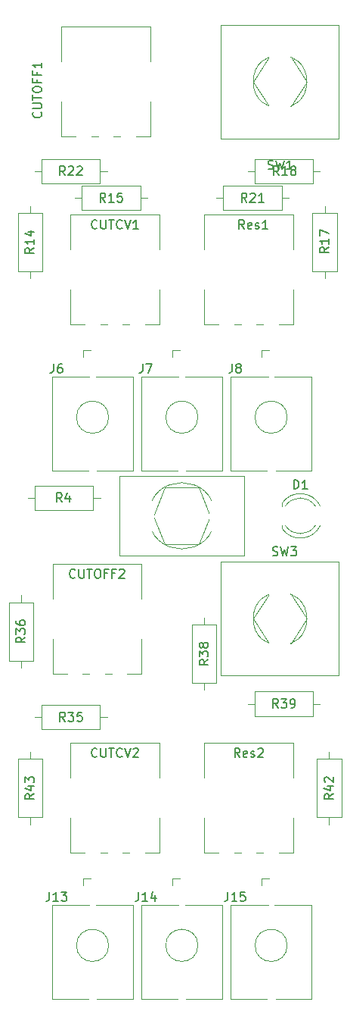
<source format=gto>
G04 #@! TF.GenerationSoftware,KiCad,Pcbnew,(5.1.9)-1*
G04 #@! TF.CreationDate,2021-10-23T20:15:42+01:00*
G04 #@! TF.ProjectId,MS20-VCF,4d533230-2d56-4434-962e-6b696361645f,rev?*
G04 #@! TF.SameCoordinates,Original*
G04 #@! TF.FileFunction,Legend,Top*
G04 #@! TF.FilePolarity,Positive*
%FSLAX46Y46*%
G04 Gerber Fmt 4.6, Leading zero omitted, Abs format (unit mm)*
G04 Created by KiCad (PCBNEW (5.1.9)-1) date 2021-10-23 20:15:42*
%MOMM*%
%LPD*%
G01*
G04 APERTURE LIST*
%ADD10C,0.120000*%
%ADD11C,0.150000*%
%ADD12C,4.000000*%
%ADD13C,1.800000*%
%ADD14O,1.600000X1.600000*%
%ADD15C,1.600000*%
%ADD16C,2.130000*%
%ADD17R,1.930000X1.830000*%
%ADD18O,1.700000X1.700000*%
%ADD19R,1.700000X1.700000*%
%ADD20O,2.400000X3.700000*%
%ADD21O,3.200000X5.000000*%
%ADD22R,1.800000X1.800000*%
G04 APERTURE END LIST*
D10*
X80530000Y-116880000D02*
X90470000Y-116880000D01*
X88870000Y-129120000D02*
X90470000Y-129120000D01*
X86371000Y-129120000D02*
X87130000Y-129120000D01*
X83871000Y-129120000D02*
X84630000Y-129120000D01*
X80530000Y-129120000D02*
X82129000Y-129120000D01*
X90470000Y-120745000D02*
X90470000Y-116880000D01*
X90470000Y-129120000D02*
X90470000Y-125255000D01*
X80530000Y-120745000D02*
X80530000Y-116880000D01*
X80530000Y-129120000D02*
X80530000Y-125255000D01*
X95500000Y-110960000D02*
X95500000Y-110190000D01*
X95500000Y-102880000D02*
X95500000Y-103650000D01*
X96870000Y-110190000D02*
X96870000Y-103650000D01*
X94130000Y-110190000D02*
X96870000Y-110190000D01*
X94130000Y-103650000D02*
X94130000Y-110190000D01*
X96870000Y-103650000D02*
X94130000Y-103650000D01*
X78530000Y-96880000D02*
X88470000Y-96880000D01*
X86870000Y-109120000D02*
X88470000Y-109120000D01*
X84371000Y-109120000D02*
X85130000Y-109120000D01*
X81871000Y-109120000D02*
X82630000Y-109120000D01*
X78530000Y-109120000D02*
X80129000Y-109120000D01*
X88470000Y-100745000D02*
X88470000Y-96880000D01*
X88470000Y-109120000D02*
X88470000Y-105255000D01*
X78530000Y-100745000D02*
X78530000Y-96880000D01*
X78530000Y-109120000D02*
X78530000Y-105255000D01*
X101940000Y-132000000D02*
X102800000Y-132000000D01*
X101940000Y-132000000D02*
X101940000Y-132800000D01*
X104800000Y-139480000D02*
G75*
G03*
X104800000Y-139480000I-1800000J0D01*
G01*
X102650000Y-134980000D02*
X98500000Y-134980000D01*
X107500000Y-134980000D02*
X103350000Y-134980000D01*
X102500000Y-145480000D02*
X98500000Y-145480000D01*
X107500000Y-145480000D02*
X103500000Y-145480000D01*
X107500000Y-134980000D02*
X107500000Y-145480000D01*
X98500000Y-134980000D02*
X98500000Y-145480000D01*
X91940000Y-132000000D02*
X92800000Y-132000000D01*
X91940000Y-132000000D02*
X91940000Y-132800000D01*
X94800000Y-139480000D02*
G75*
G03*
X94800000Y-139480000I-1800000J0D01*
G01*
X92650000Y-134980000D02*
X88500000Y-134980000D01*
X97500000Y-134980000D02*
X93350000Y-134980000D01*
X92500000Y-145480000D02*
X88500000Y-145480000D01*
X97500000Y-145480000D02*
X93500000Y-145480000D01*
X97500000Y-134980000D02*
X97500000Y-145480000D01*
X88500000Y-134980000D02*
X88500000Y-145480000D01*
X81940000Y-132000000D02*
X82800000Y-132000000D01*
X81940000Y-132000000D02*
X81940000Y-132800000D01*
X84800000Y-139480000D02*
G75*
G03*
X84800000Y-139480000I-1800000J0D01*
G01*
X82650000Y-134980000D02*
X78500000Y-134980000D01*
X87500000Y-134980000D02*
X83350000Y-134980000D01*
X82500000Y-145480000D02*
X78500000Y-145480000D01*
X87500000Y-145480000D02*
X83500000Y-145480000D01*
X87500000Y-134980000D02*
X87500000Y-145480000D01*
X78500000Y-134980000D02*
X78500000Y-145480000D01*
X101940000Y-73000000D02*
X102800000Y-73000000D01*
X101940000Y-73000000D02*
X101940000Y-73800000D01*
X104800000Y-80480000D02*
G75*
G03*
X104800000Y-80480000I-1800000J0D01*
G01*
X102650000Y-75980000D02*
X98500000Y-75980000D01*
X107500000Y-75980000D02*
X103350000Y-75980000D01*
X102500000Y-86480000D02*
X98500000Y-86480000D01*
X107500000Y-86480000D02*
X103500000Y-86480000D01*
X107500000Y-75980000D02*
X107500000Y-86480000D01*
X98500000Y-75980000D02*
X98500000Y-86480000D01*
X91940000Y-73000000D02*
X92800000Y-73000000D01*
X91940000Y-73000000D02*
X91940000Y-73800000D01*
X94800000Y-80480000D02*
G75*
G03*
X94800000Y-80480000I-1800000J0D01*
G01*
X92650000Y-75980000D02*
X88500000Y-75980000D01*
X97500000Y-75980000D02*
X93350000Y-75980000D01*
X92500000Y-86480000D02*
X88500000Y-86480000D01*
X97500000Y-86480000D02*
X93500000Y-86480000D01*
X97500000Y-75980000D02*
X97500000Y-86480000D01*
X88500000Y-75980000D02*
X88500000Y-86480000D01*
X107000000Y-103000000D02*
G75*
G03*
X107000000Y-103000000I-3000000J0D01*
G01*
X104000000Y-109350000D02*
X110000000Y-109350000D01*
X110000000Y-109350000D02*
X110400000Y-109350000D01*
X110400000Y-109350000D02*
X110600000Y-109350000D01*
X104000000Y-109350000D02*
X97400000Y-109350000D01*
X97400000Y-109350000D02*
X97400000Y-99650000D01*
X110600000Y-99650000D02*
X110600000Y-109350000D01*
X97400000Y-96650000D02*
X97400000Y-99650000D01*
X97400000Y-96650000D02*
X110600000Y-96650000D01*
X110600000Y-96650000D02*
X110600000Y-99650000D01*
X105200000Y-100250000D02*
X102800000Y-100250000D01*
X105200000Y-105750000D02*
X102800000Y-105750000D01*
X101000000Y-103000000D02*
X102800000Y-100250000D01*
X101000000Y-103000000D02*
X102800000Y-105750000D01*
X105200000Y-100250000D02*
X107000000Y-103000000D01*
X107000000Y-103000000D02*
X105200000Y-105750000D01*
X86015000Y-87055000D02*
X99985000Y-87055000D01*
X99985000Y-87055000D02*
X99985000Y-95945000D01*
X99985000Y-95945000D02*
X86015000Y-95945000D01*
X86015000Y-95945000D02*
X86015000Y-87055000D01*
X91095000Y-88325000D02*
X94905000Y-88325000D01*
X94905000Y-88325000D02*
X96175000Y-91500000D01*
X96175000Y-91500000D02*
X94905000Y-94675000D01*
X94905000Y-94675000D02*
X91095000Y-94675000D01*
X91095000Y-94675000D02*
X89825000Y-91500000D01*
X89825000Y-91500000D02*
X91095000Y-88325000D01*
X96702654Y-91500000D02*
G75*
G03*
X96702654Y-91500000I-3702654J0D01*
G01*
X107000000Y-43000000D02*
G75*
G03*
X107000000Y-43000000I-3000000J0D01*
G01*
X104000000Y-49350000D02*
X110000000Y-49350000D01*
X110000000Y-49350000D02*
X110400000Y-49350000D01*
X110400000Y-49350000D02*
X110600000Y-49350000D01*
X104000000Y-49350000D02*
X97400000Y-49350000D01*
X97400000Y-49350000D02*
X97400000Y-39650000D01*
X110600000Y-39650000D02*
X110600000Y-49350000D01*
X97400000Y-36650000D02*
X97400000Y-39650000D01*
X97400000Y-36650000D02*
X110600000Y-36650000D01*
X110600000Y-36650000D02*
X110600000Y-39650000D01*
X105200000Y-40250000D02*
X102800000Y-40250000D01*
X105200000Y-45750000D02*
X102800000Y-45750000D01*
X101000000Y-43000000D02*
X102800000Y-40250000D01*
X101000000Y-43000000D02*
X102800000Y-45750000D01*
X105200000Y-40250000D02*
X107000000Y-43000000D01*
X107000000Y-43000000D02*
X105200000Y-45750000D01*
X95530000Y-116880000D02*
X105470000Y-116880000D01*
X103870000Y-129120000D02*
X105470000Y-129120000D01*
X101371000Y-129120000D02*
X102130000Y-129120000D01*
X98871000Y-129120000D02*
X99630000Y-129120000D01*
X95530000Y-129120000D02*
X97129000Y-129120000D01*
X105470000Y-120745000D02*
X105470000Y-116880000D01*
X105470000Y-129120000D02*
X105470000Y-125255000D01*
X95530000Y-120745000D02*
X95530000Y-116880000D01*
X95530000Y-129120000D02*
X95530000Y-125255000D01*
X95530000Y-57880000D02*
X105470000Y-57880000D01*
X103870000Y-70120000D02*
X105470000Y-70120000D01*
X101371000Y-70120000D02*
X102130000Y-70120000D01*
X98871000Y-70120000D02*
X99630000Y-70120000D01*
X95530000Y-70120000D02*
X97129000Y-70120000D01*
X105470000Y-61745000D02*
X105470000Y-57880000D01*
X105470000Y-70120000D02*
X105470000Y-66255000D01*
X95530000Y-61745000D02*
X95530000Y-57880000D01*
X95530000Y-70120000D02*
X95530000Y-66255000D01*
X76000000Y-117880000D02*
X76000000Y-118650000D01*
X76000000Y-125960000D02*
X76000000Y-125190000D01*
X74630000Y-118650000D02*
X74630000Y-125190000D01*
X77370000Y-118650000D02*
X74630000Y-118650000D01*
X77370000Y-125190000D02*
X77370000Y-118650000D01*
X74630000Y-125190000D02*
X77370000Y-125190000D01*
X109500000Y-117880000D02*
X109500000Y-118650000D01*
X109500000Y-125960000D02*
X109500000Y-125190000D01*
X108130000Y-118650000D02*
X108130000Y-125190000D01*
X110870000Y-118650000D02*
X108130000Y-118650000D01*
X110870000Y-125190000D02*
X110870000Y-118650000D01*
X108130000Y-125190000D02*
X110870000Y-125190000D01*
X100380000Y-112500000D02*
X101150000Y-112500000D01*
X108460000Y-112500000D02*
X107690000Y-112500000D01*
X101150000Y-113870000D02*
X107690000Y-113870000D01*
X101150000Y-111130000D02*
X101150000Y-113870000D01*
X107690000Y-111130000D02*
X101150000Y-111130000D01*
X107690000Y-113870000D02*
X107690000Y-111130000D01*
X75000000Y-100380000D02*
X75000000Y-101150000D01*
X75000000Y-108460000D02*
X75000000Y-107690000D01*
X73630000Y-101150000D02*
X73630000Y-107690000D01*
X76370000Y-101150000D02*
X73630000Y-101150000D01*
X76370000Y-107690000D02*
X76370000Y-101150000D01*
X73630000Y-107690000D02*
X76370000Y-107690000D01*
X76540000Y-114000000D02*
X77310000Y-114000000D01*
X84620000Y-114000000D02*
X83850000Y-114000000D01*
X77310000Y-115370000D02*
X83850000Y-115370000D01*
X77310000Y-112630000D02*
X77310000Y-115370000D01*
X83850000Y-112630000D02*
X77310000Y-112630000D01*
X83850000Y-115370000D02*
X83850000Y-112630000D01*
X84620000Y-53000000D02*
X83850000Y-53000000D01*
X76540000Y-53000000D02*
X77310000Y-53000000D01*
X83850000Y-51630000D02*
X77310000Y-51630000D01*
X83850000Y-54370000D02*
X83850000Y-51630000D01*
X77310000Y-54370000D02*
X83850000Y-54370000D01*
X77310000Y-51630000D02*
X77310000Y-54370000D01*
X104960000Y-56000000D02*
X104190000Y-56000000D01*
X96880000Y-56000000D02*
X97650000Y-56000000D01*
X104190000Y-54630000D02*
X97650000Y-54630000D01*
X104190000Y-57370000D02*
X104190000Y-54630000D01*
X97650000Y-57370000D02*
X104190000Y-57370000D01*
X97650000Y-54630000D02*
X97650000Y-57370000D01*
X100380000Y-53000000D02*
X101150000Y-53000000D01*
X108460000Y-53000000D02*
X107690000Y-53000000D01*
X101150000Y-54370000D02*
X107690000Y-54370000D01*
X101150000Y-51630000D02*
X101150000Y-54370000D01*
X107690000Y-51630000D02*
X101150000Y-51630000D01*
X107690000Y-54370000D02*
X107690000Y-51630000D01*
X109000000Y-64960000D02*
X109000000Y-64190000D01*
X109000000Y-56880000D02*
X109000000Y-57650000D01*
X110370000Y-64190000D02*
X110370000Y-57650000D01*
X107630000Y-64190000D02*
X110370000Y-64190000D01*
X107630000Y-57650000D02*
X107630000Y-64190000D01*
X110370000Y-57650000D02*
X107630000Y-57650000D01*
X89120000Y-56000000D02*
X88350000Y-56000000D01*
X81040000Y-56000000D02*
X81810000Y-56000000D01*
X88350000Y-54630000D02*
X81810000Y-54630000D01*
X88350000Y-57370000D02*
X88350000Y-54630000D01*
X81810000Y-57370000D02*
X88350000Y-57370000D01*
X81810000Y-54630000D02*
X81810000Y-57370000D01*
X76000000Y-64960000D02*
X76000000Y-64190000D01*
X76000000Y-56880000D02*
X76000000Y-57650000D01*
X77370000Y-64190000D02*
X77370000Y-57650000D01*
X74630000Y-64190000D02*
X77370000Y-64190000D01*
X74630000Y-57650000D02*
X74630000Y-64190000D01*
X77370000Y-57650000D02*
X74630000Y-57650000D01*
X75780000Y-89500000D02*
X76550000Y-89500000D01*
X83860000Y-89500000D02*
X83090000Y-89500000D01*
X76550000Y-90870000D02*
X83090000Y-90870000D01*
X76550000Y-88130000D02*
X76550000Y-90870000D01*
X83090000Y-88130000D02*
X76550000Y-88130000D01*
X83090000Y-90870000D02*
X83090000Y-88130000D01*
X81940000Y-73000000D02*
X82800000Y-73000000D01*
X81940000Y-73000000D02*
X81940000Y-73800000D01*
X84800000Y-80480000D02*
G75*
G03*
X84800000Y-80480000I-1800000J0D01*
G01*
X82650000Y-75980000D02*
X78500000Y-75980000D01*
X87500000Y-75980000D02*
X83350000Y-75980000D01*
X82500000Y-86480000D02*
X78500000Y-86480000D01*
X87500000Y-86480000D02*
X83500000Y-86480000D01*
X87500000Y-75980000D02*
X87500000Y-86480000D01*
X78500000Y-75980000D02*
X78500000Y-86480000D01*
X104210000Y-92580000D02*
X104210000Y-92899000D01*
X104210000Y-90101000D02*
X104210000Y-90420000D01*
X107952713Y-92580961D02*
G75*
G02*
X104586670Y-92580000I-1682713J1080961D01*
G01*
X107952713Y-90419039D02*
G75*
G03*
X104586670Y-90420000I-1682713J-1080961D01*
G01*
X108513242Y-92580724D02*
G75*
G02*
X104210000Y-92898749I-2243242J1080724D01*
G01*
X108513242Y-90419276D02*
G75*
G03*
X104210000Y-90101251I-2243242J-1080724D01*
G01*
X79530000Y-36880000D02*
X89470000Y-36880000D01*
X87870000Y-49120000D02*
X89470000Y-49120000D01*
X85371000Y-49120000D02*
X86130000Y-49120000D01*
X82871000Y-49120000D02*
X83630000Y-49120000D01*
X79530000Y-49120000D02*
X81129000Y-49120000D01*
X89470000Y-40745000D02*
X89470000Y-36880000D01*
X89470000Y-49120000D02*
X89470000Y-45255000D01*
X79530000Y-40745000D02*
X79530000Y-36880000D01*
X79530000Y-49120000D02*
X79530000Y-45255000D01*
X80530000Y-57880000D02*
X90470000Y-57880000D01*
X88870000Y-70120000D02*
X90470000Y-70120000D01*
X86371000Y-70120000D02*
X87130000Y-70120000D01*
X83871000Y-70120000D02*
X84630000Y-70120000D01*
X80530000Y-70120000D02*
X82129000Y-70120000D01*
X90470000Y-61745000D02*
X90470000Y-57880000D01*
X90470000Y-70120000D02*
X90470000Y-66255000D01*
X80530000Y-61745000D02*
X80530000Y-57880000D01*
X80530000Y-70120000D02*
X80530000Y-66255000D01*
D11*
X83500000Y-118357142D02*
X83452380Y-118404761D01*
X83309523Y-118452380D01*
X83214285Y-118452380D01*
X83071428Y-118404761D01*
X82976190Y-118309523D01*
X82928571Y-118214285D01*
X82880952Y-118023809D01*
X82880952Y-117880952D01*
X82928571Y-117690476D01*
X82976190Y-117595238D01*
X83071428Y-117500000D01*
X83214285Y-117452380D01*
X83309523Y-117452380D01*
X83452380Y-117500000D01*
X83500000Y-117547619D01*
X83928571Y-117452380D02*
X83928571Y-118261904D01*
X83976190Y-118357142D01*
X84023809Y-118404761D01*
X84119047Y-118452380D01*
X84309523Y-118452380D01*
X84404761Y-118404761D01*
X84452380Y-118357142D01*
X84500000Y-118261904D01*
X84500000Y-117452380D01*
X84833333Y-117452380D02*
X85404761Y-117452380D01*
X85119047Y-118452380D02*
X85119047Y-117452380D01*
X86309523Y-118357142D02*
X86261904Y-118404761D01*
X86119047Y-118452380D01*
X86023809Y-118452380D01*
X85880952Y-118404761D01*
X85785714Y-118309523D01*
X85738095Y-118214285D01*
X85690476Y-118023809D01*
X85690476Y-117880952D01*
X85738095Y-117690476D01*
X85785714Y-117595238D01*
X85880952Y-117500000D01*
X86023809Y-117452380D01*
X86119047Y-117452380D01*
X86261904Y-117500000D01*
X86309523Y-117547619D01*
X86595238Y-117452380D02*
X86928571Y-118452380D01*
X87261904Y-117452380D01*
X87547619Y-117547619D02*
X87595238Y-117500000D01*
X87690476Y-117452380D01*
X87928571Y-117452380D01*
X88023809Y-117500000D01*
X88071428Y-117547619D01*
X88119047Y-117642857D01*
X88119047Y-117738095D01*
X88071428Y-117880952D01*
X87500000Y-118452380D01*
X88119047Y-118452380D01*
X95952380Y-107562857D02*
X95476190Y-107896190D01*
X95952380Y-108134285D02*
X94952380Y-108134285D01*
X94952380Y-107753333D01*
X95000000Y-107658095D01*
X95047619Y-107610476D01*
X95142857Y-107562857D01*
X95285714Y-107562857D01*
X95380952Y-107610476D01*
X95428571Y-107658095D01*
X95476190Y-107753333D01*
X95476190Y-108134285D01*
X94952380Y-107229523D02*
X94952380Y-106610476D01*
X95333333Y-106943809D01*
X95333333Y-106800952D01*
X95380952Y-106705714D01*
X95428571Y-106658095D01*
X95523809Y-106610476D01*
X95761904Y-106610476D01*
X95857142Y-106658095D01*
X95904761Y-106705714D01*
X95952380Y-106800952D01*
X95952380Y-107086666D01*
X95904761Y-107181904D01*
X95857142Y-107229523D01*
X95380952Y-106039047D02*
X95333333Y-106134285D01*
X95285714Y-106181904D01*
X95190476Y-106229523D01*
X95142857Y-106229523D01*
X95047619Y-106181904D01*
X95000000Y-106134285D01*
X94952380Y-106039047D01*
X94952380Y-105848571D01*
X95000000Y-105753333D01*
X95047619Y-105705714D01*
X95142857Y-105658095D01*
X95190476Y-105658095D01*
X95285714Y-105705714D01*
X95333333Y-105753333D01*
X95380952Y-105848571D01*
X95380952Y-106039047D01*
X95428571Y-106134285D01*
X95476190Y-106181904D01*
X95571428Y-106229523D01*
X95761904Y-106229523D01*
X95857142Y-106181904D01*
X95904761Y-106134285D01*
X95952380Y-106039047D01*
X95952380Y-105848571D01*
X95904761Y-105753333D01*
X95857142Y-105705714D01*
X95761904Y-105658095D01*
X95571428Y-105658095D01*
X95476190Y-105705714D01*
X95428571Y-105753333D01*
X95380952Y-105848571D01*
X81047619Y-98357142D02*
X81000000Y-98404761D01*
X80857142Y-98452380D01*
X80761904Y-98452380D01*
X80619047Y-98404761D01*
X80523809Y-98309523D01*
X80476190Y-98214285D01*
X80428571Y-98023809D01*
X80428571Y-97880952D01*
X80476190Y-97690476D01*
X80523809Y-97595238D01*
X80619047Y-97500000D01*
X80761904Y-97452380D01*
X80857142Y-97452380D01*
X81000000Y-97500000D01*
X81047619Y-97547619D01*
X81476190Y-97452380D02*
X81476190Y-98261904D01*
X81523809Y-98357142D01*
X81571428Y-98404761D01*
X81666666Y-98452380D01*
X81857142Y-98452380D01*
X81952380Y-98404761D01*
X82000000Y-98357142D01*
X82047619Y-98261904D01*
X82047619Y-97452380D01*
X82380952Y-97452380D02*
X82952380Y-97452380D01*
X82666666Y-98452380D02*
X82666666Y-97452380D01*
X83476190Y-97452380D02*
X83666666Y-97452380D01*
X83761904Y-97500000D01*
X83857142Y-97595238D01*
X83904761Y-97785714D01*
X83904761Y-98119047D01*
X83857142Y-98309523D01*
X83761904Y-98404761D01*
X83666666Y-98452380D01*
X83476190Y-98452380D01*
X83380952Y-98404761D01*
X83285714Y-98309523D01*
X83238095Y-98119047D01*
X83238095Y-97785714D01*
X83285714Y-97595238D01*
X83380952Y-97500000D01*
X83476190Y-97452380D01*
X84666666Y-97928571D02*
X84333333Y-97928571D01*
X84333333Y-98452380D02*
X84333333Y-97452380D01*
X84809523Y-97452380D01*
X85523809Y-97928571D02*
X85190476Y-97928571D01*
X85190476Y-98452380D02*
X85190476Y-97452380D01*
X85666666Y-97452380D01*
X86000000Y-97547619D02*
X86047619Y-97500000D01*
X86142857Y-97452380D01*
X86380952Y-97452380D01*
X86476190Y-97500000D01*
X86523809Y-97547619D01*
X86571428Y-97642857D01*
X86571428Y-97738095D01*
X86523809Y-97880952D01*
X85952380Y-98452380D01*
X86571428Y-98452380D01*
X98160476Y-133532380D02*
X98160476Y-134246666D01*
X98112857Y-134389523D01*
X98017619Y-134484761D01*
X97874761Y-134532380D01*
X97779523Y-134532380D01*
X99160476Y-134532380D02*
X98589047Y-134532380D01*
X98874761Y-134532380D02*
X98874761Y-133532380D01*
X98779523Y-133675238D01*
X98684285Y-133770476D01*
X98589047Y-133818095D01*
X100065238Y-133532380D02*
X99589047Y-133532380D01*
X99541428Y-134008571D01*
X99589047Y-133960952D01*
X99684285Y-133913333D01*
X99922380Y-133913333D01*
X100017619Y-133960952D01*
X100065238Y-134008571D01*
X100112857Y-134103809D01*
X100112857Y-134341904D01*
X100065238Y-134437142D01*
X100017619Y-134484761D01*
X99922380Y-134532380D01*
X99684285Y-134532380D01*
X99589047Y-134484761D01*
X99541428Y-134437142D01*
X88160476Y-133532380D02*
X88160476Y-134246666D01*
X88112857Y-134389523D01*
X88017619Y-134484761D01*
X87874761Y-134532380D01*
X87779523Y-134532380D01*
X89160476Y-134532380D02*
X88589047Y-134532380D01*
X88874761Y-134532380D02*
X88874761Y-133532380D01*
X88779523Y-133675238D01*
X88684285Y-133770476D01*
X88589047Y-133818095D01*
X90017619Y-133865714D02*
X90017619Y-134532380D01*
X89779523Y-133484761D02*
X89541428Y-134199047D01*
X90160476Y-134199047D01*
X78160476Y-133532380D02*
X78160476Y-134246666D01*
X78112857Y-134389523D01*
X78017619Y-134484761D01*
X77874761Y-134532380D01*
X77779523Y-134532380D01*
X79160476Y-134532380D02*
X78589047Y-134532380D01*
X78874761Y-134532380D02*
X78874761Y-133532380D01*
X78779523Y-133675238D01*
X78684285Y-133770476D01*
X78589047Y-133818095D01*
X79493809Y-133532380D02*
X80112857Y-133532380D01*
X79779523Y-133913333D01*
X79922380Y-133913333D01*
X80017619Y-133960952D01*
X80065238Y-134008571D01*
X80112857Y-134103809D01*
X80112857Y-134341904D01*
X80065238Y-134437142D01*
X80017619Y-134484761D01*
X79922380Y-134532380D01*
X79636666Y-134532380D01*
X79541428Y-134484761D01*
X79493809Y-134437142D01*
X98636666Y-74532380D02*
X98636666Y-75246666D01*
X98589047Y-75389523D01*
X98493809Y-75484761D01*
X98350952Y-75532380D01*
X98255714Y-75532380D01*
X99255714Y-74960952D02*
X99160476Y-74913333D01*
X99112857Y-74865714D01*
X99065238Y-74770476D01*
X99065238Y-74722857D01*
X99112857Y-74627619D01*
X99160476Y-74580000D01*
X99255714Y-74532380D01*
X99446190Y-74532380D01*
X99541428Y-74580000D01*
X99589047Y-74627619D01*
X99636666Y-74722857D01*
X99636666Y-74770476D01*
X99589047Y-74865714D01*
X99541428Y-74913333D01*
X99446190Y-74960952D01*
X99255714Y-74960952D01*
X99160476Y-75008571D01*
X99112857Y-75056190D01*
X99065238Y-75151428D01*
X99065238Y-75341904D01*
X99112857Y-75437142D01*
X99160476Y-75484761D01*
X99255714Y-75532380D01*
X99446190Y-75532380D01*
X99541428Y-75484761D01*
X99589047Y-75437142D01*
X99636666Y-75341904D01*
X99636666Y-75151428D01*
X99589047Y-75056190D01*
X99541428Y-75008571D01*
X99446190Y-74960952D01*
X88636666Y-74532380D02*
X88636666Y-75246666D01*
X88589047Y-75389523D01*
X88493809Y-75484761D01*
X88350952Y-75532380D01*
X88255714Y-75532380D01*
X89017619Y-74532380D02*
X89684285Y-74532380D01*
X89255714Y-75532380D01*
X103166666Y-95904761D02*
X103309523Y-95952380D01*
X103547619Y-95952380D01*
X103642857Y-95904761D01*
X103690476Y-95857142D01*
X103738095Y-95761904D01*
X103738095Y-95666666D01*
X103690476Y-95571428D01*
X103642857Y-95523809D01*
X103547619Y-95476190D01*
X103357142Y-95428571D01*
X103261904Y-95380952D01*
X103214285Y-95333333D01*
X103166666Y-95238095D01*
X103166666Y-95142857D01*
X103214285Y-95047619D01*
X103261904Y-95000000D01*
X103357142Y-94952380D01*
X103595238Y-94952380D01*
X103738095Y-95000000D01*
X104071428Y-94952380D02*
X104309523Y-95952380D01*
X104500000Y-95238095D01*
X104690476Y-95952380D01*
X104928571Y-94952380D01*
X105214285Y-94952380D02*
X105833333Y-94952380D01*
X105500000Y-95333333D01*
X105642857Y-95333333D01*
X105738095Y-95380952D01*
X105785714Y-95428571D01*
X105833333Y-95523809D01*
X105833333Y-95761904D01*
X105785714Y-95857142D01*
X105738095Y-95904761D01*
X105642857Y-95952380D01*
X105357142Y-95952380D01*
X105261904Y-95904761D01*
X105214285Y-95857142D01*
X102666666Y-52754761D02*
X102809523Y-52802380D01*
X103047619Y-52802380D01*
X103142857Y-52754761D01*
X103190476Y-52707142D01*
X103238095Y-52611904D01*
X103238095Y-52516666D01*
X103190476Y-52421428D01*
X103142857Y-52373809D01*
X103047619Y-52326190D01*
X102857142Y-52278571D01*
X102761904Y-52230952D01*
X102714285Y-52183333D01*
X102666666Y-52088095D01*
X102666666Y-51992857D01*
X102714285Y-51897619D01*
X102761904Y-51850000D01*
X102857142Y-51802380D01*
X103095238Y-51802380D01*
X103238095Y-51850000D01*
X103571428Y-51802380D02*
X103809523Y-52802380D01*
X104000000Y-52088095D01*
X104190476Y-52802380D01*
X104428571Y-51802380D01*
X105333333Y-52802380D02*
X104761904Y-52802380D01*
X105047619Y-52802380D02*
X105047619Y-51802380D01*
X104952380Y-51945238D01*
X104857142Y-52040476D01*
X104761904Y-52088095D01*
X99500000Y-118452380D02*
X99166666Y-117976190D01*
X98928571Y-118452380D02*
X98928571Y-117452380D01*
X99309523Y-117452380D01*
X99404761Y-117500000D01*
X99452380Y-117547619D01*
X99500000Y-117642857D01*
X99500000Y-117785714D01*
X99452380Y-117880952D01*
X99404761Y-117928571D01*
X99309523Y-117976190D01*
X98928571Y-117976190D01*
X100309523Y-118404761D02*
X100214285Y-118452380D01*
X100023809Y-118452380D01*
X99928571Y-118404761D01*
X99880952Y-118309523D01*
X99880952Y-117928571D01*
X99928571Y-117833333D01*
X100023809Y-117785714D01*
X100214285Y-117785714D01*
X100309523Y-117833333D01*
X100357142Y-117928571D01*
X100357142Y-118023809D01*
X99880952Y-118119047D01*
X100738095Y-118404761D02*
X100833333Y-118452380D01*
X101023809Y-118452380D01*
X101119047Y-118404761D01*
X101166666Y-118309523D01*
X101166666Y-118261904D01*
X101119047Y-118166666D01*
X101023809Y-118119047D01*
X100880952Y-118119047D01*
X100785714Y-118071428D01*
X100738095Y-117976190D01*
X100738095Y-117928571D01*
X100785714Y-117833333D01*
X100880952Y-117785714D01*
X101023809Y-117785714D01*
X101119047Y-117833333D01*
X101547619Y-117547619D02*
X101595238Y-117500000D01*
X101690476Y-117452380D01*
X101928571Y-117452380D01*
X102023809Y-117500000D01*
X102071428Y-117547619D01*
X102119047Y-117642857D01*
X102119047Y-117738095D01*
X102071428Y-117880952D01*
X101500000Y-118452380D01*
X102119047Y-118452380D01*
X100000000Y-59452380D02*
X99666666Y-58976190D01*
X99428571Y-59452380D02*
X99428571Y-58452380D01*
X99809523Y-58452380D01*
X99904761Y-58500000D01*
X99952380Y-58547619D01*
X100000000Y-58642857D01*
X100000000Y-58785714D01*
X99952380Y-58880952D01*
X99904761Y-58928571D01*
X99809523Y-58976190D01*
X99428571Y-58976190D01*
X100809523Y-59404761D02*
X100714285Y-59452380D01*
X100523809Y-59452380D01*
X100428571Y-59404761D01*
X100380952Y-59309523D01*
X100380952Y-58928571D01*
X100428571Y-58833333D01*
X100523809Y-58785714D01*
X100714285Y-58785714D01*
X100809523Y-58833333D01*
X100857142Y-58928571D01*
X100857142Y-59023809D01*
X100380952Y-59119047D01*
X101238095Y-59404761D02*
X101333333Y-59452380D01*
X101523809Y-59452380D01*
X101619047Y-59404761D01*
X101666666Y-59309523D01*
X101666666Y-59261904D01*
X101619047Y-59166666D01*
X101523809Y-59119047D01*
X101380952Y-59119047D01*
X101285714Y-59071428D01*
X101238095Y-58976190D01*
X101238095Y-58928571D01*
X101285714Y-58833333D01*
X101380952Y-58785714D01*
X101523809Y-58785714D01*
X101619047Y-58833333D01*
X102619047Y-59452380D02*
X102047619Y-59452380D01*
X102333333Y-59452380D02*
X102333333Y-58452380D01*
X102238095Y-58595238D01*
X102142857Y-58690476D01*
X102047619Y-58738095D01*
X76452380Y-122562857D02*
X75976190Y-122896190D01*
X76452380Y-123134285D02*
X75452380Y-123134285D01*
X75452380Y-122753333D01*
X75500000Y-122658095D01*
X75547619Y-122610476D01*
X75642857Y-122562857D01*
X75785714Y-122562857D01*
X75880952Y-122610476D01*
X75928571Y-122658095D01*
X75976190Y-122753333D01*
X75976190Y-123134285D01*
X75785714Y-121705714D02*
X76452380Y-121705714D01*
X75404761Y-121943809D02*
X76119047Y-122181904D01*
X76119047Y-121562857D01*
X75452380Y-121277142D02*
X75452380Y-120658095D01*
X75833333Y-120991428D01*
X75833333Y-120848571D01*
X75880952Y-120753333D01*
X75928571Y-120705714D01*
X76023809Y-120658095D01*
X76261904Y-120658095D01*
X76357142Y-120705714D01*
X76404761Y-120753333D01*
X76452380Y-120848571D01*
X76452380Y-121134285D01*
X76404761Y-121229523D01*
X76357142Y-121277142D01*
X109952380Y-122562857D02*
X109476190Y-122896190D01*
X109952380Y-123134285D02*
X108952380Y-123134285D01*
X108952380Y-122753333D01*
X109000000Y-122658095D01*
X109047619Y-122610476D01*
X109142857Y-122562857D01*
X109285714Y-122562857D01*
X109380952Y-122610476D01*
X109428571Y-122658095D01*
X109476190Y-122753333D01*
X109476190Y-123134285D01*
X109285714Y-121705714D02*
X109952380Y-121705714D01*
X108904761Y-121943809D02*
X109619047Y-122181904D01*
X109619047Y-121562857D01*
X109047619Y-121229523D02*
X109000000Y-121181904D01*
X108952380Y-121086666D01*
X108952380Y-120848571D01*
X109000000Y-120753333D01*
X109047619Y-120705714D01*
X109142857Y-120658095D01*
X109238095Y-120658095D01*
X109380952Y-120705714D01*
X109952380Y-121277142D01*
X109952380Y-120658095D01*
X103777142Y-112952380D02*
X103443809Y-112476190D01*
X103205714Y-112952380D02*
X103205714Y-111952380D01*
X103586666Y-111952380D01*
X103681904Y-112000000D01*
X103729523Y-112047619D01*
X103777142Y-112142857D01*
X103777142Y-112285714D01*
X103729523Y-112380952D01*
X103681904Y-112428571D01*
X103586666Y-112476190D01*
X103205714Y-112476190D01*
X104110476Y-111952380D02*
X104729523Y-111952380D01*
X104396190Y-112333333D01*
X104539047Y-112333333D01*
X104634285Y-112380952D01*
X104681904Y-112428571D01*
X104729523Y-112523809D01*
X104729523Y-112761904D01*
X104681904Y-112857142D01*
X104634285Y-112904761D01*
X104539047Y-112952380D01*
X104253333Y-112952380D01*
X104158095Y-112904761D01*
X104110476Y-112857142D01*
X105205714Y-112952380D02*
X105396190Y-112952380D01*
X105491428Y-112904761D01*
X105539047Y-112857142D01*
X105634285Y-112714285D01*
X105681904Y-112523809D01*
X105681904Y-112142857D01*
X105634285Y-112047619D01*
X105586666Y-112000000D01*
X105491428Y-111952380D01*
X105300952Y-111952380D01*
X105205714Y-112000000D01*
X105158095Y-112047619D01*
X105110476Y-112142857D01*
X105110476Y-112380952D01*
X105158095Y-112476190D01*
X105205714Y-112523809D01*
X105300952Y-112571428D01*
X105491428Y-112571428D01*
X105586666Y-112523809D01*
X105634285Y-112476190D01*
X105681904Y-112380952D01*
X75452380Y-105062857D02*
X74976190Y-105396190D01*
X75452380Y-105634285D02*
X74452380Y-105634285D01*
X74452380Y-105253333D01*
X74500000Y-105158095D01*
X74547619Y-105110476D01*
X74642857Y-105062857D01*
X74785714Y-105062857D01*
X74880952Y-105110476D01*
X74928571Y-105158095D01*
X74976190Y-105253333D01*
X74976190Y-105634285D01*
X74452380Y-104729523D02*
X74452380Y-104110476D01*
X74833333Y-104443809D01*
X74833333Y-104300952D01*
X74880952Y-104205714D01*
X74928571Y-104158095D01*
X75023809Y-104110476D01*
X75261904Y-104110476D01*
X75357142Y-104158095D01*
X75404761Y-104205714D01*
X75452380Y-104300952D01*
X75452380Y-104586666D01*
X75404761Y-104681904D01*
X75357142Y-104729523D01*
X74452380Y-103253333D02*
X74452380Y-103443809D01*
X74500000Y-103539047D01*
X74547619Y-103586666D01*
X74690476Y-103681904D01*
X74880952Y-103729523D01*
X75261904Y-103729523D01*
X75357142Y-103681904D01*
X75404761Y-103634285D01*
X75452380Y-103539047D01*
X75452380Y-103348571D01*
X75404761Y-103253333D01*
X75357142Y-103205714D01*
X75261904Y-103158095D01*
X75023809Y-103158095D01*
X74928571Y-103205714D01*
X74880952Y-103253333D01*
X74833333Y-103348571D01*
X74833333Y-103539047D01*
X74880952Y-103634285D01*
X74928571Y-103681904D01*
X75023809Y-103729523D01*
X79937142Y-114452380D02*
X79603809Y-113976190D01*
X79365714Y-114452380D02*
X79365714Y-113452380D01*
X79746666Y-113452380D01*
X79841904Y-113500000D01*
X79889523Y-113547619D01*
X79937142Y-113642857D01*
X79937142Y-113785714D01*
X79889523Y-113880952D01*
X79841904Y-113928571D01*
X79746666Y-113976190D01*
X79365714Y-113976190D01*
X80270476Y-113452380D02*
X80889523Y-113452380D01*
X80556190Y-113833333D01*
X80699047Y-113833333D01*
X80794285Y-113880952D01*
X80841904Y-113928571D01*
X80889523Y-114023809D01*
X80889523Y-114261904D01*
X80841904Y-114357142D01*
X80794285Y-114404761D01*
X80699047Y-114452380D01*
X80413333Y-114452380D01*
X80318095Y-114404761D01*
X80270476Y-114357142D01*
X81794285Y-113452380D02*
X81318095Y-113452380D01*
X81270476Y-113928571D01*
X81318095Y-113880952D01*
X81413333Y-113833333D01*
X81651428Y-113833333D01*
X81746666Y-113880952D01*
X81794285Y-113928571D01*
X81841904Y-114023809D01*
X81841904Y-114261904D01*
X81794285Y-114357142D01*
X81746666Y-114404761D01*
X81651428Y-114452380D01*
X81413333Y-114452380D01*
X81318095Y-114404761D01*
X81270476Y-114357142D01*
X79937142Y-53452380D02*
X79603809Y-52976190D01*
X79365714Y-53452380D02*
X79365714Y-52452380D01*
X79746666Y-52452380D01*
X79841904Y-52500000D01*
X79889523Y-52547619D01*
X79937142Y-52642857D01*
X79937142Y-52785714D01*
X79889523Y-52880952D01*
X79841904Y-52928571D01*
X79746666Y-52976190D01*
X79365714Y-52976190D01*
X80318095Y-52547619D02*
X80365714Y-52500000D01*
X80460952Y-52452380D01*
X80699047Y-52452380D01*
X80794285Y-52500000D01*
X80841904Y-52547619D01*
X80889523Y-52642857D01*
X80889523Y-52738095D01*
X80841904Y-52880952D01*
X80270476Y-53452380D01*
X80889523Y-53452380D01*
X81270476Y-52547619D02*
X81318095Y-52500000D01*
X81413333Y-52452380D01*
X81651428Y-52452380D01*
X81746666Y-52500000D01*
X81794285Y-52547619D01*
X81841904Y-52642857D01*
X81841904Y-52738095D01*
X81794285Y-52880952D01*
X81222857Y-53452380D01*
X81841904Y-53452380D01*
X100277142Y-56452380D02*
X99943809Y-55976190D01*
X99705714Y-56452380D02*
X99705714Y-55452380D01*
X100086666Y-55452380D01*
X100181904Y-55500000D01*
X100229523Y-55547619D01*
X100277142Y-55642857D01*
X100277142Y-55785714D01*
X100229523Y-55880952D01*
X100181904Y-55928571D01*
X100086666Y-55976190D01*
X99705714Y-55976190D01*
X100658095Y-55547619D02*
X100705714Y-55500000D01*
X100800952Y-55452380D01*
X101039047Y-55452380D01*
X101134285Y-55500000D01*
X101181904Y-55547619D01*
X101229523Y-55642857D01*
X101229523Y-55738095D01*
X101181904Y-55880952D01*
X100610476Y-56452380D01*
X101229523Y-56452380D01*
X102181904Y-56452380D02*
X101610476Y-56452380D01*
X101896190Y-56452380D02*
X101896190Y-55452380D01*
X101800952Y-55595238D01*
X101705714Y-55690476D01*
X101610476Y-55738095D01*
X103857142Y-53452380D02*
X103523809Y-52976190D01*
X103285714Y-53452380D02*
X103285714Y-52452380D01*
X103666666Y-52452380D01*
X103761904Y-52500000D01*
X103809523Y-52547619D01*
X103857142Y-52642857D01*
X103857142Y-52785714D01*
X103809523Y-52880952D01*
X103761904Y-52928571D01*
X103666666Y-52976190D01*
X103285714Y-52976190D01*
X104809523Y-53452380D02*
X104238095Y-53452380D01*
X104523809Y-53452380D02*
X104523809Y-52452380D01*
X104428571Y-52595238D01*
X104333333Y-52690476D01*
X104238095Y-52738095D01*
X105380952Y-52880952D02*
X105285714Y-52833333D01*
X105238095Y-52785714D01*
X105190476Y-52690476D01*
X105190476Y-52642857D01*
X105238095Y-52547619D01*
X105285714Y-52500000D01*
X105380952Y-52452380D01*
X105571428Y-52452380D01*
X105666666Y-52500000D01*
X105714285Y-52547619D01*
X105761904Y-52642857D01*
X105761904Y-52690476D01*
X105714285Y-52785714D01*
X105666666Y-52833333D01*
X105571428Y-52880952D01*
X105380952Y-52880952D01*
X105285714Y-52928571D01*
X105238095Y-52976190D01*
X105190476Y-53071428D01*
X105190476Y-53261904D01*
X105238095Y-53357142D01*
X105285714Y-53404761D01*
X105380952Y-53452380D01*
X105571428Y-53452380D01*
X105666666Y-53404761D01*
X105714285Y-53357142D01*
X105761904Y-53261904D01*
X105761904Y-53071428D01*
X105714285Y-52976190D01*
X105666666Y-52928571D01*
X105571428Y-52880952D01*
X109452380Y-61482857D02*
X108976190Y-61816190D01*
X109452380Y-62054285D02*
X108452380Y-62054285D01*
X108452380Y-61673333D01*
X108500000Y-61578095D01*
X108547619Y-61530476D01*
X108642857Y-61482857D01*
X108785714Y-61482857D01*
X108880952Y-61530476D01*
X108928571Y-61578095D01*
X108976190Y-61673333D01*
X108976190Y-62054285D01*
X109452380Y-60530476D02*
X109452380Y-61101904D01*
X109452380Y-60816190D02*
X108452380Y-60816190D01*
X108595238Y-60911428D01*
X108690476Y-61006666D01*
X108738095Y-61101904D01*
X108452380Y-60197142D02*
X108452380Y-59530476D01*
X109452380Y-59959047D01*
X84437142Y-56452380D02*
X84103809Y-55976190D01*
X83865714Y-56452380D02*
X83865714Y-55452380D01*
X84246666Y-55452380D01*
X84341904Y-55500000D01*
X84389523Y-55547619D01*
X84437142Y-55642857D01*
X84437142Y-55785714D01*
X84389523Y-55880952D01*
X84341904Y-55928571D01*
X84246666Y-55976190D01*
X83865714Y-55976190D01*
X85389523Y-56452380D02*
X84818095Y-56452380D01*
X85103809Y-56452380D02*
X85103809Y-55452380D01*
X85008571Y-55595238D01*
X84913333Y-55690476D01*
X84818095Y-55738095D01*
X86294285Y-55452380D02*
X85818095Y-55452380D01*
X85770476Y-55928571D01*
X85818095Y-55880952D01*
X85913333Y-55833333D01*
X86151428Y-55833333D01*
X86246666Y-55880952D01*
X86294285Y-55928571D01*
X86341904Y-56023809D01*
X86341904Y-56261904D01*
X86294285Y-56357142D01*
X86246666Y-56404761D01*
X86151428Y-56452380D01*
X85913333Y-56452380D01*
X85818095Y-56404761D01*
X85770476Y-56357142D01*
X76452380Y-61562857D02*
X75976190Y-61896190D01*
X76452380Y-62134285D02*
X75452380Y-62134285D01*
X75452380Y-61753333D01*
X75500000Y-61658095D01*
X75547619Y-61610476D01*
X75642857Y-61562857D01*
X75785714Y-61562857D01*
X75880952Y-61610476D01*
X75928571Y-61658095D01*
X75976190Y-61753333D01*
X75976190Y-62134285D01*
X76452380Y-60610476D02*
X76452380Y-61181904D01*
X76452380Y-60896190D02*
X75452380Y-60896190D01*
X75595238Y-60991428D01*
X75690476Y-61086666D01*
X75738095Y-61181904D01*
X75785714Y-59753333D02*
X76452380Y-59753333D01*
X75404761Y-59991428D02*
X76119047Y-60229523D01*
X76119047Y-59610476D01*
X79573333Y-89952380D02*
X79240000Y-89476190D01*
X79001904Y-89952380D02*
X79001904Y-88952380D01*
X79382857Y-88952380D01*
X79478095Y-89000000D01*
X79525714Y-89047619D01*
X79573333Y-89142857D01*
X79573333Y-89285714D01*
X79525714Y-89380952D01*
X79478095Y-89428571D01*
X79382857Y-89476190D01*
X79001904Y-89476190D01*
X80430476Y-89285714D02*
X80430476Y-89952380D01*
X80192380Y-88904761D02*
X79954285Y-89619047D01*
X80573333Y-89619047D01*
X78636666Y-74532380D02*
X78636666Y-75246666D01*
X78589047Y-75389523D01*
X78493809Y-75484761D01*
X78350952Y-75532380D01*
X78255714Y-75532380D01*
X79541428Y-74532380D02*
X79350952Y-74532380D01*
X79255714Y-74580000D01*
X79208095Y-74627619D01*
X79112857Y-74770476D01*
X79065238Y-74960952D01*
X79065238Y-75341904D01*
X79112857Y-75437142D01*
X79160476Y-75484761D01*
X79255714Y-75532380D01*
X79446190Y-75532380D01*
X79541428Y-75484761D01*
X79589047Y-75437142D01*
X79636666Y-75341904D01*
X79636666Y-75103809D01*
X79589047Y-75008571D01*
X79541428Y-74960952D01*
X79446190Y-74913333D01*
X79255714Y-74913333D01*
X79160476Y-74960952D01*
X79112857Y-75008571D01*
X79065238Y-75103809D01*
X105531904Y-88492380D02*
X105531904Y-87492380D01*
X105770000Y-87492380D01*
X105912857Y-87540000D01*
X106008095Y-87635238D01*
X106055714Y-87730476D01*
X106103333Y-87920952D01*
X106103333Y-88063809D01*
X106055714Y-88254285D01*
X106008095Y-88349523D01*
X105912857Y-88444761D01*
X105770000Y-88492380D01*
X105531904Y-88492380D01*
X107055714Y-88492380D02*
X106484285Y-88492380D01*
X106770000Y-88492380D02*
X106770000Y-87492380D01*
X106674761Y-87635238D01*
X106579523Y-87730476D01*
X106484285Y-87778095D01*
X77207142Y-46402380D02*
X77254761Y-46450000D01*
X77302380Y-46592857D01*
X77302380Y-46688095D01*
X77254761Y-46830952D01*
X77159523Y-46926190D01*
X77064285Y-46973809D01*
X76873809Y-47021428D01*
X76730952Y-47021428D01*
X76540476Y-46973809D01*
X76445238Y-46926190D01*
X76350000Y-46830952D01*
X76302380Y-46688095D01*
X76302380Y-46592857D01*
X76350000Y-46450000D01*
X76397619Y-46402380D01*
X76302380Y-45973809D02*
X77111904Y-45973809D01*
X77207142Y-45926190D01*
X77254761Y-45878571D01*
X77302380Y-45783333D01*
X77302380Y-45592857D01*
X77254761Y-45497619D01*
X77207142Y-45450000D01*
X77111904Y-45402380D01*
X76302380Y-45402380D01*
X76302380Y-45069047D02*
X76302380Y-44497619D01*
X77302380Y-44783333D02*
X76302380Y-44783333D01*
X76302380Y-43973809D02*
X76302380Y-43783333D01*
X76350000Y-43688095D01*
X76445238Y-43592857D01*
X76635714Y-43545238D01*
X76969047Y-43545238D01*
X77159523Y-43592857D01*
X77254761Y-43688095D01*
X77302380Y-43783333D01*
X77302380Y-43973809D01*
X77254761Y-44069047D01*
X77159523Y-44164285D01*
X76969047Y-44211904D01*
X76635714Y-44211904D01*
X76445238Y-44164285D01*
X76350000Y-44069047D01*
X76302380Y-43973809D01*
X76778571Y-42783333D02*
X76778571Y-43116666D01*
X77302380Y-43116666D02*
X76302380Y-43116666D01*
X76302380Y-42640476D01*
X76778571Y-41926190D02*
X76778571Y-42259523D01*
X77302380Y-42259523D02*
X76302380Y-42259523D01*
X76302380Y-41783333D01*
X77302380Y-40878571D02*
X77302380Y-41450000D01*
X77302380Y-41164285D02*
X76302380Y-41164285D01*
X76445238Y-41259523D01*
X76540476Y-41354761D01*
X76588095Y-41450000D01*
X83500000Y-59357142D02*
X83452380Y-59404761D01*
X83309523Y-59452380D01*
X83214285Y-59452380D01*
X83071428Y-59404761D01*
X82976190Y-59309523D01*
X82928571Y-59214285D01*
X82880952Y-59023809D01*
X82880952Y-58880952D01*
X82928571Y-58690476D01*
X82976190Y-58595238D01*
X83071428Y-58500000D01*
X83214285Y-58452380D01*
X83309523Y-58452380D01*
X83452380Y-58500000D01*
X83500000Y-58547619D01*
X83928571Y-58452380D02*
X83928571Y-59261904D01*
X83976190Y-59357142D01*
X84023809Y-59404761D01*
X84119047Y-59452380D01*
X84309523Y-59452380D01*
X84404761Y-59404761D01*
X84452380Y-59357142D01*
X84500000Y-59261904D01*
X84500000Y-58452380D01*
X84833333Y-58452380D02*
X85404761Y-58452380D01*
X85119047Y-59452380D02*
X85119047Y-58452380D01*
X86309523Y-59357142D02*
X86261904Y-59404761D01*
X86119047Y-59452380D01*
X86023809Y-59452380D01*
X85880952Y-59404761D01*
X85785714Y-59309523D01*
X85738095Y-59214285D01*
X85690476Y-59023809D01*
X85690476Y-58880952D01*
X85738095Y-58690476D01*
X85785714Y-58595238D01*
X85880952Y-58500000D01*
X86023809Y-58452380D01*
X86119047Y-58452380D01*
X86261904Y-58500000D01*
X86309523Y-58547619D01*
X86595238Y-58452380D02*
X86928571Y-59452380D01*
X87261904Y-58452380D01*
X88119047Y-59452380D02*
X87547619Y-59452380D01*
X87833333Y-59452380D02*
X87833333Y-58452380D01*
X87738095Y-58595238D01*
X87642857Y-58690476D01*
X87547619Y-58738095D01*
%LPC*%
D12*
X89900000Y-123000000D03*
X81100000Y-123000000D03*
D13*
X88000000Y-130000000D03*
X85500000Y-130000000D03*
X83000000Y-130000000D03*
D14*
X95500000Y-112000000D03*
D15*
X95500000Y-101840000D03*
D12*
X87900000Y-103000000D03*
X79100000Y-103000000D03*
D13*
X86000000Y-110000000D03*
X83500000Y-110000000D03*
X81000000Y-110000000D03*
D16*
X103000000Y-144400000D03*
D17*
X103000000Y-133000000D03*
D16*
X103000000Y-136100000D03*
X93000000Y-144400000D03*
D17*
X93000000Y-133000000D03*
D16*
X93000000Y-136100000D03*
X83000000Y-144400000D03*
D17*
X83000000Y-133000000D03*
D16*
X83000000Y-136100000D03*
D18*
X110000000Y-142700000D03*
X110000000Y-140160000D03*
X110000000Y-137620000D03*
X110000000Y-135080000D03*
X110000000Y-132540000D03*
D19*
X110000000Y-130000000D03*
D18*
X76000000Y-142700000D03*
X76000000Y-140160000D03*
X76000000Y-137620000D03*
X76000000Y-135080000D03*
X76000000Y-132540000D03*
D19*
X76000000Y-130000000D03*
D16*
X103000000Y-85400000D03*
D17*
X103000000Y-74000000D03*
D16*
X103000000Y-77100000D03*
X93000000Y-85400000D03*
D17*
X93000000Y-74000000D03*
D16*
X93000000Y-77100000D03*
D18*
X110000000Y-81700000D03*
X110000000Y-79160000D03*
X110000000Y-76620000D03*
X110000000Y-74080000D03*
X110000000Y-71540000D03*
D19*
X110000000Y-69000000D03*
D18*
X76000000Y-81700000D03*
X76000000Y-79160000D03*
X76000000Y-76620000D03*
X76000000Y-74080000D03*
X76000000Y-71540000D03*
D19*
X76000000Y-69000000D03*
D20*
X108700000Y-100600000D03*
X104000000Y-100600000D03*
X99300000Y-100600000D03*
X108700000Y-105400000D03*
X104000000Y-105400000D03*
X99300000Y-105400000D03*
D21*
X97700000Y-91500000D03*
X93000000Y-91500000D03*
X88300000Y-91500000D03*
D20*
X108700000Y-40600000D03*
X104000000Y-40600000D03*
X99300000Y-40600000D03*
X108700000Y-45400000D03*
X104000000Y-45400000D03*
X99300000Y-45400000D03*
D12*
X104900000Y-123000000D03*
X96100000Y-123000000D03*
D13*
X103000000Y-130000000D03*
X100500000Y-130000000D03*
X98000000Y-130000000D03*
D12*
X104900000Y-64000000D03*
X96100000Y-64000000D03*
D13*
X103000000Y-71000000D03*
X100500000Y-71000000D03*
X98000000Y-71000000D03*
D14*
X76000000Y-116840000D03*
D15*
X76000000Y-127000000D03*
D14*
X109500000Y-116840000D03*
D15*
X109500000Y-127000000D03*
D14*
X99340000Y-112500000D03*
D15*
X109500000Y-112500000D03*
D14*
X75000000Y-99340000D03*
D15*
X75000000Y-109500000D03*
D14*
X75500000Y-114000000D03*
D15*
X85660000Y-114000000D03*
D14*
X85660000Y-53000000D03*
D15*
X75500000Y-53000000D03*
D14*
X106000000Y-56000000D03*
D15*
X95840000Y-56000000D03*
D14*
X99340000Y-53000000D03*
D15*
X109500000Y-53000000D03*
D14*
X109000000Y-66000000D03*
D15*
X109000000Y-55840000D03*
D14*
X90160000Y-56000000D03*
D15*
X80000000Y-56000000D03*
D14*
X76000000Y-66000000D03*
D15*
X76000000Y-55840000D03*
D14*
X74740000Y-89500000D03*
D15*
X84900000Y-89500000D03*
D16*
X83000000Y-85400000D03*
D17*
X83000000Y-74000000D03*
D16*
X83000000Y-77100000D03*
D13*
X107540000Y-91500000D03*
D22*
X105000000Y-91500000D03*
D12*
X88900000Y-43000000D03*
X80100000Y-43000000D03*
D13*
X87000000Y-50000000D03*
X84500000Y-50000000D03*
X82000000Y-50000000D03*
D12*
X89900000Y-64000000D03*
X81100000Y-64000000D03*
D13*
X88000000Y-71000000D03*
X85500000Y-71000000D03*
X83000000Y-71000000D03*
M02*

</source>
